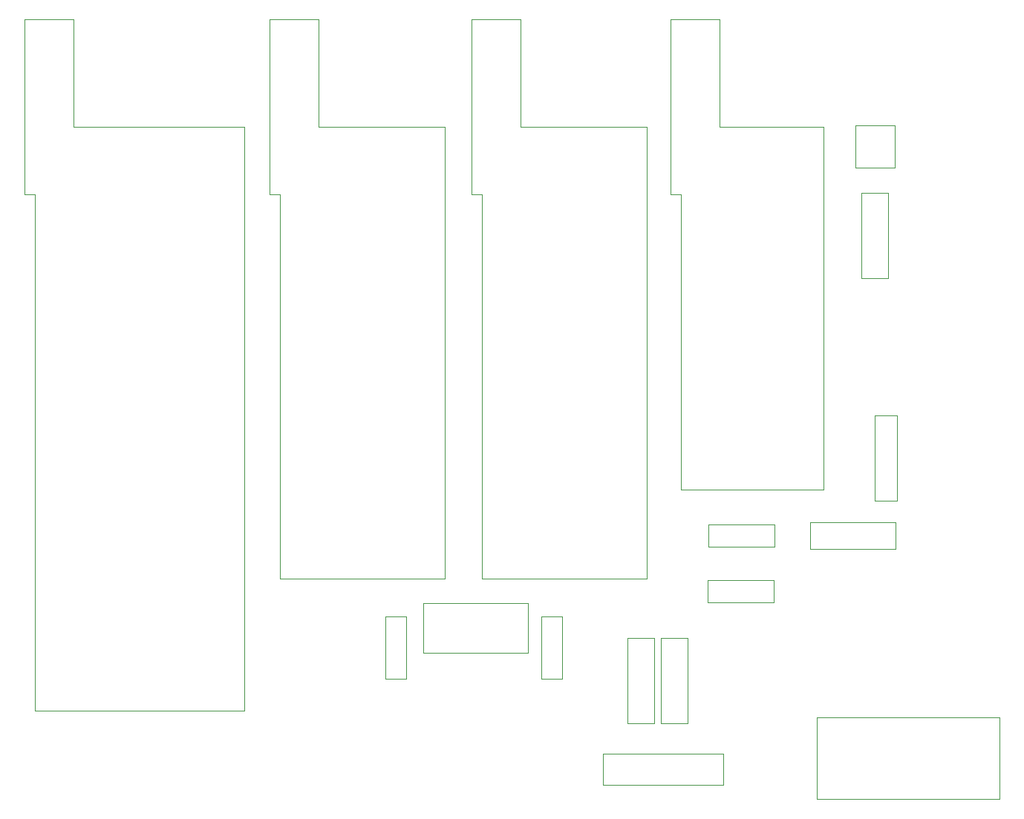
<source format=gbr>
%TF.GenerationSoftware,KiCad,Pcbnew,5.1.5+dfsg1-2build2*%
%TF.CreationDate,2020-12-29T02:51:23+01:00*%
%TF.ProjectId,avr-prog,6176722d-7072-46f6-972e-6b696361645f,1.0*%
%TF.SameCoordinates,PX1e47770PY6a95280*%
%TF.FileFunction,Other,User*%
%FSLAX46Y46*%
G04 Gerber Fmt 4.6, Leading zero omitted, Abs format (unit mm)*
G04 Created by KiCad (PCBNEW 5.1.5+dfsg1-2build2) date 2020-12-29 02:51:23*
%MOMM*%
%LPD*%
G04 APERTURE LIST*
%ADD10C,0.050000*%
G04 APERTURE END LIST*
D10*
%TO.C,C1*%
X80030000Y24150000D02*
X87530000Y24150000D01*
X80030000Y26650000D02*
X80030000Y24150000D01*
X87530000Y26650000D02*
X80030000Y26650000D01*
X87530000Y24150000D02*
X87530000Y26650000D01*
%TO.C,C2*%
X43250000Y22560000D02*
X43250000Y15460000D01*
X45650000Y22560000D02*
X43250000Y22560000D01*
X45650000Y15460000D02*
X45650000Y22560000D01*
X43250000Y15460000D02*
X45650000Y15460000D01*
%TO.C,C3*%
X61030000Y15460000D02*
X63430000Y15460000D01*
X63430000Y15460000D02*
X63430000Y22560000D01*
X63430000Y22560000D02*
X61030000Y22560000D01*
X61030000Y22560000D02*
X61030000Y15460000D01*
%TO.C,C4*%
X87610000Y30500000D02*
X87610000Y33000000D01*
X87610000Y33000000D02*
X80110000Y33000000D01*
X80110000Y33000000D02*
X80110000Y30500000D01*
X80110000Y30500000D02*
X87610000Y30500000D01*
%TO.C,D1*%
X101310000Y78620000D02*
X96810000Y78620000D01*
X96810000Y78620000D02*
X96810000Y73770000D01*
X96810000Y73770000D02*
X101310000Y73770000D01*
X101310000Y73770000D02*
X101310000Y78620000D01*
%TO.C,D2*%
X99080000Y35780000D02*
X101580000Y35780000D01*
X101580000Y35780000D02*
X101580000Y45500000D01*
X101580000Y45500000D02*
X99080000Y45500000D01*
X99080000Y45500000D02*
X99080000Y35780000D01*
%TO.C,J1*%
X113300000Y1670000D02*
X92440000Y1670000D01*
X92440000Y1670000D02*
X92440000Y11030000D01*
X92440000Y11030000D02*
X113300000Y11030000D01*
X113300000Y11030000D02*
X113300000Y1670000D01*
%TO.C,J2*%
X81810000Y6880000D02*
X68060000Y6880000D01*
X68060000Y6880000D02*
X68060000Y3280000D01*
X68060000Y3280000D02*
X81810000Y3280000D01*
X81810000Y3280000D02*
X81810000Y6880000D01*
%TO.C,R1*%
X77700000Y20100000D02*
X74700000Y20100000D01*
X74700000Y20100000D02*
X74700000Y10380000D01*
X74700000Y10380000D02*
X77700000Y10380000D01*
X77700000Y10380000D02*
X77700000Y20100000D01*
%TO.C,R2*%
X73890000Y10380000D02*
X73890000Y20100000D01*
X70890000Y10380000D02*
X73890000Y10380000D01*
X70890000Y20100000D02*
X70890000Y10380000D01*
X73890000Y20100000D02*
X70890000Y20100000D01*
%TO.C,R3*%
X100560000Y61180000D02*
X100560000Y70900000D01*
X97560000Y61180000D02*
X100560000Y61180000D01*
X97560000Y70900000D02*
X97560000Y61180000D01*
X100560000Y70900000D02*
X97560000Y70900000D01*
%TO.C,R4*%
X101380000Y30250000D02*
X101380000Y33250000D01*
X101380000Y33250000D02*
X91660000Y33250000D01*
X91660000Y33250000D02*
X91660000Y30250000D01*
X91660000Y30250000D02*
X101380000Y30250000D01*
%TO.C,U1*%
X75780000Y90670000D02*
X81380000Y90670000D01*
X81380000Y90670000D02*
X81380000Y78370000D01*
X81380000Y78370000D02*
X93190000Y78370000D01*
X93190000Y78370000D02*
X93190000Y36970000D01*
X93190000Y36970000D02*
X76990000Y36970000D01*
X76990000Y36970000D02*
X76990000Y70710000D01*
X76990000Y70710000D02*
X75780000Y70710000D01*
X75780000Y70710000D02*
X75780000Y90670000D01*
%TO.C,U2*%
X53100000Y90670000D02*
X58700000Y90670000D01*
X58700000Y90670000D02*
X58700000Y78370000D01*
X58700000Y78370000D02*
X73080000Y78370000D01*
X73080000Y78370000D02*
X73080000Y26870000D01*
X73080000Y26870000D02*
X54280000Y26870000D01*
X54280000Y26870000D02*
X54280000Y70710000D01*
X54280000Y70710000D02*
X53100000Y70710000D01*
X53100000Y70710000D02*
X53100000Y90670000D01*
%TO.C,U3*%
X2120000Y90670000D02*
X7720000Y90670000D01*
X7720000Y90670000D02*
X7720000Y78370000D01*
X7720000Y78370000D02*
X27190000Y78370000D01*
X27190000Y78370000D02*
X27190000Y11770000D01*
X27190000Y11770000D02*
X3290000Y11770000D01*
X3290000Y11770000D02*
X3290000Y70710000D01*
X3290000Y70710000D02*
X2120000Y70710000D01*
X2120000Y70710000D02*
X2120000Y90670000D01*
%TO.C,U4*%
X30060000Y70710000D02*
X30060000Y90670000D01*
X31240000Y70710000D02*
X30060000Y70710000D01*
X31240000Y26870000D02*
X31240000Y70710000D01*
X50040000Y26870000D02*
X31240000Y26870000D01*
X50040000Y78370000D02*
X50040000Y26870000D01*
X35660000Y78370000D02*
X50040000Y78370000D01*
X35660000Y90670000D02*
X35660000Y78370000D01*
X30060000Y90670000D02*
X35660000Y90670000D01*
%TO.C,Y1*%
X47585000Y24025000D02*
X47585000Y18425000D01*
X47585000Y18425000D02*
X59485000Y18425000D01*
X59485000Y18425000D02*
X59485000Y24025000D01*
X59485000Y24025000D02*
X47585000Y24025000D01*
%TD*%
M02*

</source>
